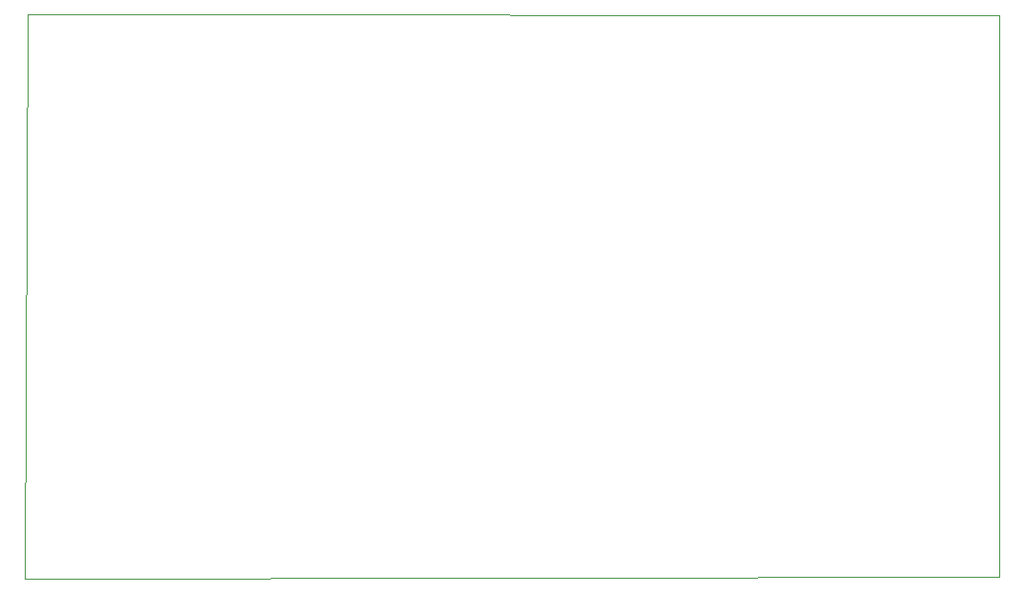
<source format=gm1>
%TF.GenerationSoftware,KiCad,Pcbnew,9.0.2*%
%TF.CreationDate,2025-06-30T21:14:53-05:00*%
%TF.ProjectId,starter,73746172-7465-4722-9e6b-696361645f70,rev?*%
%TF.SameCoordinates,Original*%
%TF.FileFunction,Profile,NP*%
%FSLAX46Y46*%
G04 Gerber Fmt 4.6, Leading zero omitted, Abs format (unit mm)*
G04 Created by KiCad (PCBNEW 9.0.2) date 2025-06-30 21:14:53*
%MOMM*%
%LPD*%
G01*
G04 APERTURE LIST*
%TA.AperFunction,Profile*%
%ADD10C,0.050000*%
%TD*%
G04 APERTURE END LIST*
D10*
X155800000Y-46150000D02*
X69500000Y-46100000D01*
X69250000Y-96274782D02*
X69250000Y-96150000D01*
X155800000Y-96150000D02*
X69250000Y-96274782D01*
X155800000Y-96150000D02*
X155800000Y-46150000D01*
X69500000Y-46100000D02*
X69250000Y-96150000D01*
M02*

</source>
